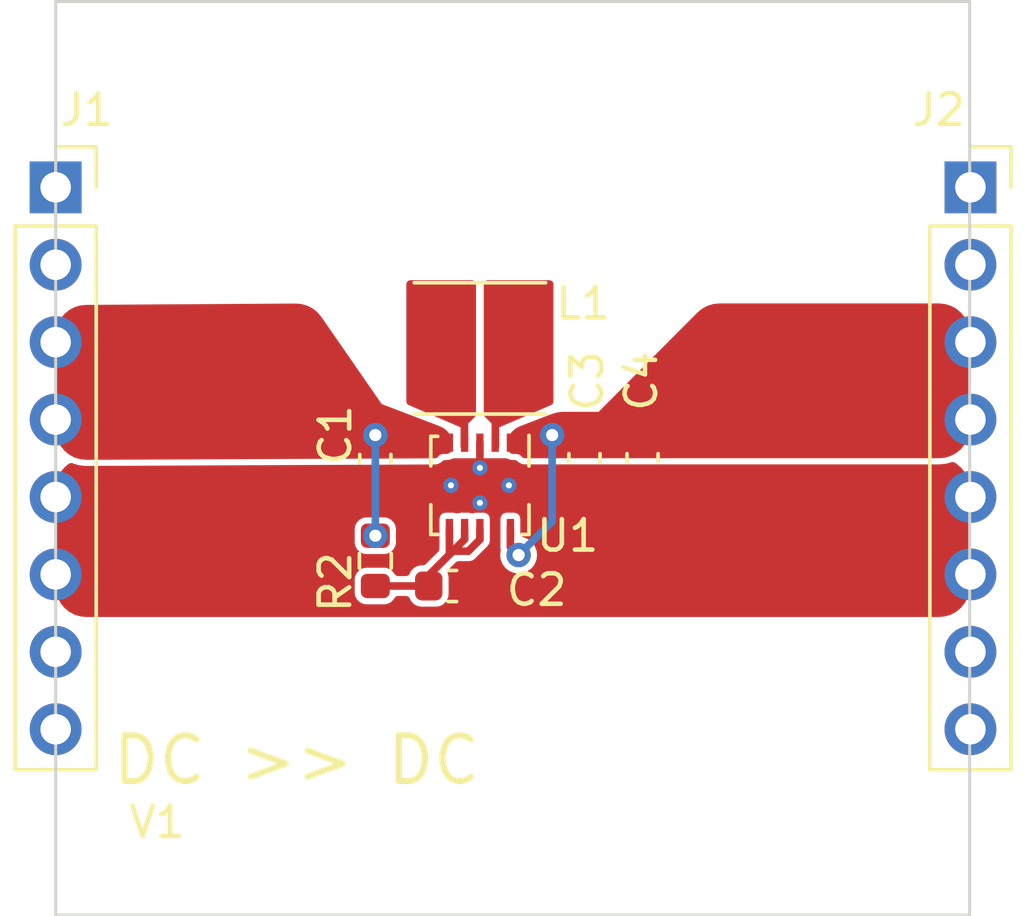
<source format=kicad_pcb>
(kicad_pcb (version 20210722) (generator pcbnew)
  (title_block (title "DC-DC") (date "2021-07-07") (rev "0.2") (company "Alex Carter"))
  (layers (0 "F.Cu" signal) (31 "B.Cu" signal) (34 "B.Paste" user) (35 "F.Paste" user) (36 "B.SilkS" user "B.Silkscreen") (37 "F.SilkS" user "F.Silkscreen") (38 "B.Mask" user) (39 "F.Mask" user) (44 "Edge.Cuts" user))
  (net 0 "")
  (net 1 "GND")
  (net 2 "Net-(C2-Pad1)")
  (net 3 "+3V3")
  (net 4 "Net-(L1-Pad1)")
  (net 5 "Net-(L1-Pad2)")
  (net 6 "VSS")
  (footprint "Capacitor_SMD:C_0603_1608Metric" (layer "F.Cu") (at 101.6435 62.979 -90)
    (fp_text reference "C3" (at -2.527 -0.0835 90) (layer "F.SilkS"))
    (fp_text value "10u")
    (fp_line (start -0.14058 -0.51) (end 0.14058 -0.51) (layer "F.SilkS") (width 0.12))
    (fp_line (start -0.14058 0.51) (end 0.14058 0.51) (layer "F.SilkS") (width 0.12))
    (pad "1" smd roundrect locked (at -0.775 0 270) (size 0.9 0.95) (layers "F.Cu" "F.Paste" "F.Mask") (net 3 "+3V3"))
    (pad "2" smd roundrect locked (at 0.775 0 270) (size 0.9 0.95) (layers "F.Cu" "F.Paste" "F.Mask") (net 1 "GND"))
  )
  (footprint "Capacitor_SMD:C_0603_1608Metric" (layer "F.Cu") (at 94.7855 63.005 -90)
    (fp_text reference "C1" (at -0.775 1.3135 90) (layer "F.SilkS"))
    (fp_text value "10u")
    (fp_line (start -0.14058 0.51) (end 0.14058 0.51) (layer "F.SilkS") (width 0.12))
    (fp_line (start -0.14058 -0.51) (end 0.14058 -0.51) (layer "F.SilkS") (width 0.12))
    (pad "1" smd roundrect locked (at -0.775 0 270) (size 0.9 0.95) (layers "F.Cu" "F.Paste" "F.Mask") (net 6 "VSS"))
    (pad "2" smd roundrect locked (at 0.775 0 270) (size 0.9 0.95) (layers "F.Cu" "F.Paste" "F.Mask") (net 1 "GND"))
  )
  (footprint "Resistor_SMD:R_0603_1608Metric" (layer "F.Cu") (at 94.7855 66.358 90)
    (fp_text reference "R2" (at -0.698 -1.3135 90) (layer "F.SilkS"))
    (fp_text value "100")
    (fp_line (start -0.237258 -0.5225) (end 0.237258 -0.5225) (layer "F.SilkS") (width 0.12))
    (fp_line (start -0.237258 0.5225) (end 0.237258 0.5225) (layer "F.SilkS") (width 0.12))
    (pad "1" smd roundrect locked (at -0.825 0 90) (size 0.8 0.95) (layers "F.Cu" "F.Paste" "F.Mask") (net 2 "Net-(C2-Pad1)"))
    (pad "2" smd roundrect locked (at 0.825 0 90) (size 0.8 0.95) (layers "F.Cu" "F.Paste" "F.Mask") (net 6 "VSS"))
  )
  (footprint "Package_SON:Texas_DRC0010J_ThermalVias" (layer "F.Cu") (at 98.2145 63.881 -90)
    (fp_text reference "U1" (at 1.651 -2.8775) (layer "F.SilkS"))
    (fp_text value "TPS63001")
    (fp_line (start 1.61 1.38) (end 1.61 1.61) (layer "F.SilkS") (width 0.12))
    (fp_line (start -1.61 1.61) (end -0.635 1.61) (layer "F.SilkS") (width 0.12))
    (fp_line (start 0.635 -1.61) (end 1.61 -1.61) (layer "F.SilkS") (width 0.12))
    (fp_line (start 1.61 -1.61) (end 1.61 -1.38) (layer "F.SilkS") (width 0.12))
    (fp_line (start -1.61 1.38) (end -1.61 1.61) (layer "F.SilkS") (width 0.12))
    (fp_line (start 0.635 1.61) (end 1.61 1.61) (layer "F.SilkS") (width 0.12))
    (fp_line (start -1.64 -1.61) (end -0.635 -1.61) (layer "F.SilkS") (width 0.12))
    (pad "1" smd rect locked (at -1.4 -1 270) (size 0.6 0.24) (layers "F.Cu" "F.Paste" "F.Mask") (net 3 "+3V3"))
    (pad "2" smd rect locked (at -1.4 -0.5 270) (size 0.6 0.24) (layers "F.Cu" "F.Paste" "F.Mask") (net 5 "Net-(L1-Pad2)"))
    (pad "3" smd rect locked (at -1.4 0 270) (size 0.6 0.24) (layers "F.Cu" "F.Paste" "F.Mask") (net 1 "GND"))
    (pad "4" smd rect locked (at -1.4 0.5 270) (size 0.6 0.24) (layers "F.Cu" "F.Paste" "F.Mask") (net 4 "Net-(L1-Pad1)"))
    (pad "5" smd rect locked (at -1.4 1 270) (size 0.6 0.24) (layers "F.Cu" "F.Paste" "F.Mask") (net 6 "VSS"))
    (pad "6" smd rect locked (at 1.4 1 270) (size 0.6 0.24) (layers "F.Cu" "F.Paste" "F.Mask") (net 2 "Net-(C2-Pad1)"))
    (pad "7" smd rect locked (at 1.4 0.5 270) (size 0.6 0.24) (layers "F.Cu" "F.Paste" "F.Mask") (net 2 "Net-(C2-Pad1)"))
    (pad "8" smd rect locked (at 1.4 0 270) (size 0.6 0.24) (layers "F.Cu" "F.Paste" "F.Mask") (net 2 "Net-(C2-Pad1)"))
    (pad "9" smd rect locked (at 1.4 -0.5 270) (size 0.6 0.24) (layers "F.Cu" "F.Paste" "F.Mask") (net 1 "GND"))
    (pad "10" smd rect locked (at 1.4 -1 270) (size 0.6 0.24) (layers "F.Cu" "F.Paste" "F.Mask") (net 3 "+3V3"))
    (pad "11" thru_hole circle locked (at 0 -0.95 270) (size 0.5 0.5) (drill 0.2) (layers *.Cu) (net 1 "GND"))
    (pad "11" thru_hole circle locked (at 0.575 0 270) (size 0.5 0.5) (drill 0.2) (layers *.Cu) (net 1 "GND"))
    (pad "11" thru_hole circle locked (at -0.575 0 270) (size 0.5 0.5) (drill 0.2) (layers *.Cu) (net 1 "GND"))
    (pad "11" smd custom locked (at 0 0 270) (size 1.65 2.4) (layers "F.Cu" "F.Mask") (net 1 "GND") (options (clearance outline) (anchor rect)) (primitives (gr_poly (pts (xy -0.375 -1.1) (xy -0.375 -1.7) (xy -0.125 -1.7) (xy -0.125 -1.1) (xy 0.125 -1.1) (xy 0.125 -1.7) (xy 0.375 -1.7) (xy 0.375 1.7) (xy 0.125 1.7) (xy 0.125 1.1) (xy -0.125 1.1) (xy -0.125 1.7) (xy -0.375 1.7)) (width 0) (fill yes))))
    (pad "11" thru_hole circle locked (at 0 0.95 270) (size 0.5 0.5) (drill 0.2) (layers *.Cu) (net 1 "GND"))
  )
  (footprint "Capacitor_SMD:C_0603_1608Metric" (layer "F.Cu") (at 103.5485 62.979 -90)
    (fp_text reference "C4" (at -2.527 0.0435 90) (layer "F.SilkS"))
    (fp_text value "10u")
    (fp_line (start -0.14058 -0.51) (end 0.14058 -0.51) (layer "F.SilkS") (width 0.12))
    (fp_line (start -0.14058 0.51) (end 0.14058 0.51) (layer "F.SilkS") (width 0.12))
    (pad "1" smd roundrect locked (at -0.775 0 270) (size 0.9 0.95) (layers "F.Cu" "F.Paste" "F.Mask") (net 3 "+3V3"))
    (pad "2" smd roundrect locked (at 0.775 0 270) (size 0.9 0.95) (layers "F.Cu" "F.Paste" "F.Mask") (net 1 "GND"))
  )
  (footprint "Connector_PinSocket_2.54mm:PinSocket_1x08_P2.54mm_Vertical" (layer "F.Cu") (at 114.3 54.102)
    (fp_text reference "J2" (at -1.041 -2.54) (layer "F.SilkS"))
    (fp_text value "Output")
    (fp_line (start -1.33 1.27) (end 1.33 1.27) (layer "F.SilkS") (width 0.12))
    (fp_line (start -1.33 1.27) (end -1.33 19.11) (layer "F.SilkS") (width 0.12))
    (fp_line (start 1.33 -1.33) (end 1.33 0) (layer "F.SilkS") (width 0.12))
    (fp_line (start -1.33 19.11) (end 1.33 19.11) (layer "F.SilkS") (width 0.12))
    (fp_line (start 0 -1.33) (end 1.33 -1.33) (layer "F.SilkS") (width 0.12))
    (fp_line (start 1.33 1.27) (end 1.33 19.11) (layer "F.SilkS") (width 0.12))
    (pad "1" thru_hole rect locked (at 0 0) (size 1.7 1.7) (drill 1) (layers *.Cu *.Mask))
    (pad "2" thru_hole oval locked (at 0 2.54) (size 1.7 1.7) (drill 1) (layers *.Cu *.Mask))
    (pad "3" thru_hole oval locked (at 0 5.08) (size 1.7 1.7) (drill 1) (layers *.Cu *.Mask) (net 3 "+3V3"))
    (pad "4" thru_hole oval locked (at 0 7.62) (size 1.7 1.7) (drill 1) (layers *.Cu *.Mask) (net 3 "+3V3"))
    (pad "5" thru_hole oval locked (at 0 10.16) (size 1.7 1.7) (drill 1) (layers *.Cu *.Mask) (net 1 "GND"))
    (pad "6" thru_hole oval locked (at 0 12.7) (size 1.7 1.7) (drill 1) (layers *.Cu *.Mask) (net 1 "GND"))
    (pad "7" thru_hole oval locked (at 0 15.24) (size 1.7 1.7) (drill 1) (layers *.Cu *.Mask))
    (pad "8" thru_hole oval locked (at 0 17.78) (size 1.7 1.7) (drill 1) (layers *.Cu *.Mask))
  )
  (footprint "Inductor_SMD:L_Coilcraft_XxL4040" (layer "F.Cu") (at 98.2145 59.388)
    (fp_text reference "L1" (at 3.3855 -1.476) (layer "F.SilkS"))
    (fp_text value "2u2")
    (fp_line (start -2.154 -2.154) (end 2.154 -2.154) (layer "F.SilkS") (width 0.12))
    (fp_line (start 2.154 2.154) (end -2.154 2.154) (layer "F.SilkS") (width 0.12))
    (pad "1" smd rect locked (at -1.185 0) (size 0.98 3.4) (layers "F.Cu" "F.Paste" "F.Mask") (net 4 "Net-(L1-Pad1)"))
    (pad "2" smd rect locked (at 1.185 0) (size 0.98 3.4) (layers "F.Cu" "F.Paste" "F.Mask") (net 5 "Net-(L1-Pad2)"))
  )
  (footprint "Capacitor_SMD:C_0603_1608Metric" (layer "F.Cu") (at 97.3125 67.183)
    (fp_text reference "C2" (at 2.7635 0.127) (layer "F.SilkS"))
    (fp_text value "0u1")
    (fp_line (start -0.14058 0.51) (end 0.14058 0.51) (layer "F.SilkS") (width 0.12))
    (fp_line (start -0.14058 -0.51) (end 0.14058 -0.51) (layer "F.SilkS") (width 0.12))
    (pad "1" smd roundrect locked (at -0.775 0) (size 0.9 0.95) (layers "F.Cu" "F.Paste" "F.Mask") (net 2 "Net-(C2-Pad1)"))
    (pad "2" smd roundrect locked (at 0.775 0) (size 0.9 0.95) (layers "F.Cu" "F.Paste" "F.Mask") (net 1 "GND"))
  )
  (footprint "Connector_PinSocket_2.54mm:PinSocket_1x08_P2.54mm_Vertical" (layer "F.Cu") (at 84.303 54.102)
    (fp_text reference "J1" (at 1.016 -2.54) (layer "F.SilkS"))
    (fp_text value "Input")
    (fp_line (start 0 -1.33) (end 1.33 -1.33) (layer "F.SilkS") (width 0.12))
    (fp_line (start -1.33 1.27) (end 1.33 1.27) (layer "F.SilkS") (width 0.12))
    (fp_line (start -1.33 19.11) (end 1.33 19.11) (layer "F.SilkS") (width 0.12))
    (fp_line (start -1.33 1.27) (end -1.33 19.11) (layer "F.SilkS") (width 0.12))
    (fp_line (start 1.33 -1.33) (end 1.33 0) (layer "F.SilkS") (width 0.12))
    (fp_line (start 1.33 1.27) (end 1.33 19.11) (layer "F.SilkS") (width 0.12))
    (pad "1" thru_hole rect locked (at 0 0) (size 1.7 1.7) (drill 1) (layers *.Cu *.Mask))
    (pad "2" thru_hole oval locked (at 0 2.54) (size 1.7 1.7) (drill 1) (layers *.Cu *.Mask))
    (pad "3" thru_hole oval locked (at 0 5.08) (size 1.7 1.7) (drill 1) (layers *.Cu *.Mask) (net 6 "VSS"))
    (pad "4" thru_hole oval locked (at 0 7.62) (size 1.7 1.7) (drill 1) (layers *.Cu *.Mask) (net 6 "VSS"))
    (pad "5" thru_hole oval locked (at 0 10.16) (size 1.7 1.7) (drill 1) (layers *.Cu *.Mask) (net 1 "GND"))
    (pad "6" thru_hole oval locked (at 0 12.7) (size 1.7 1.7) (drill 1) (layers *.Cu *.Mask) (net 1 "GND"))
    (pad "7" thru_hole oval locked (at 0 15.24) (size 1.7 1.7) (drill 1) (layers *.Cu *.Mask))
    (pad "8" thru_hole oval locked (at 0 17.78) (size 1.7 1.7) (drill 1) (layers *.Cu *.Mask))
  )
  (gr_rect (start 84.303 48.006) (end 114.275 77.978) (layer "Edge.Cuts") (width 0.1) (fill none))
  (gr_text "DC >> DC" (at 92.202 72.898) (layer "F.SilkS") (effects (font (size 1.5 1.5) (thickness 0.2))))
  (gr_text "V1" (at 87.63 74.93) (layer "F.SilkS") (effects (font (size 1 1))))
  (segment (start 98.2145 62.481) (end 98.2145 63.306) (width 0.25) (layer "F.Cu") (net 1))
  (segment (start 97.7145 65.281) (end 97.7145 65.651) (width 0.25) (layer "F.Cu") (net 2))
  (segment (start 97.7145 65.651) (end 97.3255 66.04) (width 0.25) (layer "F.Cu") (net 2))
  (segment (start 97.8335 66.04) (end 97.3255 66.04) (width 0.25) (layer "F.Cu") (net 2))
  (segment (start 97.2145 66.151) (end 97.2145 65.281) (width 0.25) (layer "F.Cu") (net 2))
  (segment (start 96.5375 66.828) (end 97.2145 66.151) (width 0.25) (layer "F.Cu") (net 2))
  (segment (start 94.7855 67.183) (end 96.5375 67.183) (width 0.25) (layer "F.Cu") (net 2))
  (segment (start 98.2145 65.281) (end 98.2145 65.659) (width 0.25) (layer "F.Cu") (net 2))
  (segment (start 96.5375 67.183) (end 96.5375 66.828) (width 0.25) (layer "F.Cu") (net 2))
  (segment (start 97.3255 66.04) (end 97.2145 66.151) (width 0.25) (layer "F.Cu") (net 2))
  (segment (start 98.2145 65.659) (end 97.8335 66.04) (width 0.25) (layer "F.Cu") (net 2))
  (segment (start 99.2145 65.897) (end 99.4845 66.167) (width 0.25) (layer "F.Cu") (net 3))
  (segment (start 99.2145 65.281) (end 99.2145 65.897) (width 0.25) (layer "F.Cu") (net 3))
  (via (at 99.4845 66.167) (size 0.8) (drill 0.4) (layers "F.Cu" "B.Cu") (net 3))
  (via (at 100.584 62.23) (size 0.8) (drill 0.4) (layers "F.Cu" "B.Cu") (net 3))
  (segment (start 100.584 65.0675) (end 100.584 62.23) (width 0.25) (layer "B.Cu") (net 3))
  (segment (start 99.4845 66.167) (end 100.584 65.0675) (width 0.25) (layer "B.Cu") (net 3))
  (segment (start 94.7855 65.533) (end 94.7855 65.532) (width 0.25) (layer "F.Cu") (net 6))
  (via (at 94.7855 65.532) (size 0.8) (drill 0.4) (layers "F.Cu" "B.Cu") (net 6))
  (via (at 94.7855 62.23) (size 0.8) (drill 0.4) (layers "F.Cu" "B.Cu") (net 6))
  (segment (start 94.7855 65.532) (end 94.7855 62.23) (width 0.25) (layer "B.Cu") (net 6))
  (zone (net 6) (net_name "VSS") (layer "F.Cu") (priority 16) (connect_pads yes (clearance 0)) (min_thickness 0.254) (fill yes (thermal_gap 0.508) (thermal_bridge_width 0.508) (smoothing fillet) (radius 1) (island_removal_mode 1) (island_area_min 0))
    (polygon (pts (xy 97.3255 62.103) (xy 97.3255 62.992) (xy 83.303807 63.051168) (xy 83.260307 57.971168) (xy 92.71 57.912) (xy 94.996 61.214)))
  )
  (zone (net 1) (net_name "GND") (layer "F.Cu") (priority 14) (connect_pads yes (clearance 0)) (min_thickness 0.254) (fill yes (thermal_gap 0.508) (thermal_bridge_width 0.508) (smoothing fillet) (radius 1) (island_removal_mode 1) (island_area_min 0))
    (polygon (pts (xy 115.3595 68.199) (xy 83.2285 68.199) (xy 83.2285 62.992) (xy 115.3595 62.992)))
  )
  (zone (net 3) (net_name "+3V3") (layer "F.Cu") (priority 16) (connect_pads yes (clearance 0)) (min_thickness 0.254) (fill yes (thermal_gap 0.508) (thermal_bridge_width 0.508) (smoothing fillet) (radius 1) (island_removal_mode 1) (island_area_min 0))
    (polygon (pts (xy 99.1035 62.103) (xy 99.1035 62.992) (xy 115.316 62.992) (xy 115.316 57.912) (xy 105.643125 57.912) (xy 102.108 61.468) (xy 100.7545 61.468)))
  )
  (zone (net 4) (net_name "Net-(L1-Pad1)") (layer "F.Cu") (priority 16) (connect_pads yes (clearance 0)) (min_thickness 0.254) (fill yes (thermal_gap 0.508) (thermal_bridge_width 0.508) (island_removal_mode 1) (island_area_min 0))
    (polygon (pts (xy 98.0875 61.595) (xy 97.8335 61.849) (xy 97.8335 62.738) (xy 97.5795 62.738) (xy 97.5795 61.976) (xy 95.8015 61.214) (xy 95.8015 57.15) (xy 98.0875 57.15)))
  )
  (zone (net 5) (net_name "Net-(L1-Pad2)") (layer "F.Cu") (priority 16) (connect_pads yes (clearance 0)) (min_thickness 0.254) (fill yes (thermal_gap 0.508) (thermal_bridge_width 0.508) (island_removal_mode 1) (island_area_min 0))
    (polygon (pts (xy 98.3415 61.595) (xy 98.5955 61.849) (xy 98.5955 62.738) (xy 98.8495 62.738) (xy 98.8495 61.976) (xy 100.6275 61.214) (xy 100.6275 57.15) (xy 98.3415 57.15)))
  )
)
</source>
